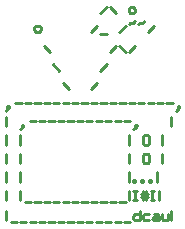
<source format=gbr>
G04*
G04 #@! TF.GenerationSoftware,Altium Limited,Altium Designer,22.4.2 (48)*
G04*
G04 Layer_Color=32896*
%FSLAX25Y25*%
%MOIN*%
G70*
G04*
G04 #@! TF.SameCoordinates,2A41B901-7CA2-4390-9F02-5F8C8343CA34*
G04*
G04*
G04 #@! TF.FilePolarity,Positive*
G04*
G01*
G75*
%ADD15C,0.01000*%
D15*
X125006Y161087D02*
X127105Y163186D01*
X130253Y161087D02*
X128154Y163186D01*
X134976Y161087D02*
X136026D01*
X136550Y161612D01*
Y162661D01*
X136026Y163186D01*
X134976D01*
X134451Y162661D01*
Y161612D01*
X134976Y161087D01*
X103490Y154909D02*
X104540D01*
X105064Y155433D01*
Y156483D01*
X104540Y157008D01*
X103490D01*
X102965Y156483D01*
Y155433D01*
X103490Y154909D01*
X121857D02*
X123956Y157008D01*
X125006Y154384D02*
X127105D01*
X131303Y154909D02*
X133402Y157008D01*
X134451Y157532D02*
X134976Y158057D01*
X136026D01*
X136550Y158582D01*
X137600Y157532D02*
X138125Y158057D01*
X139174D01*
X139699Y158582D01*
X140749Y154909D02*
X142848Y157008D01*
X108213Y148205D02*
X106114Y150305D01*
X128154Y148205D02*
X130253Y150305D01*
X133402Y148205D02*
X131303Y150305D01*
X134451Y148205D02*
X136550Y150305D01*
X111362Y142027D02*
X109263Y144126D01*
X125006Y142027D02*
X127105Y144126D01*
X114510Y135849D02*
X112411Y137948D01*
X121857Y135849D02*
X123956Y137948D01*
X94045Y129146D02*
X94569Y129671D01*
Y130195D01*
X94045D01*
Y129671D01*
X94569D01*
X94045Y129146D01*
X93520Y128621D01*
X96668Y131245D02*
X98767D01*
X99817D02*
X101916D01*
X102965D02*
X105064D01*
X106114D02*
X108213D01*
X109263D02*
X111362D01*
X112411D02*
X114510D01*
X115560D02*
X117659D01*
X118708D02*
X120808D01*
X121857D02*
X123956D01*
X125006D02*
X127105D01*
X128154D02*
X130253D01*
X131303D02*
X133402D01*
X134451D02*
X136550D01*
X137600D02*
X139699D01*
X140749D02*
X142848D01*
X143897D02*
X145996D01*
X147046D02*
X149145D01*
X150719Y129146D02*
X151244Y129671D01*
Y130195D01*
X150719D01*
Y129671D01*
X151244D01*
X150719Y129146D01*
X150194Y128621D01*
X93520Y126641D02*
Y123492D01*
X98767Y122968D02*
X99292Y123492D01*
Y124017D01*
X98767D01*
Y123492D01*
X99292D01*
X98767Y122968D01*
X98243Y122443D01*
X101391Y125067D02*
X103490D01*
X104540D02*
X106639D01*
X107688D02*
X109787D01*
X110837D02*
X112936D01*
X113986D02*
X116085D01*
X117134D02*
X119233D01*
X120283D02*
X122382D01*
X123431D02*
X125530D01*
X126580D02*
X128679D01*
X129728D02*
X131827D01*
X132877D02*
X134976D01*
X136550Y122968D02*
X137075Y123492D01*
Y124017D01*
X136550D01*
Y123492D01*
X137075D01*
X136550Y122968D01*
X136026Y122443D01*
X148620Y126641D02*
Y123492D01*
X93520Y120463D02*
Y117314D01*
X98243Y120463D02*
Y117314D01*
X134451Y120463D02*
Y117314D01*
X140749Y120463D02*
X139699D01*
X139174Y119938D01*
Y117839D01*
X139699Y117314D01*
X140749D01*
X141273Y117839D01*
Y119938D01*
X140749Y120463D01*
X145471D02*
Y117314D01*
X93520Y114284D02*
Y111136D01*
X98243Y114284D02*
Y111136D01*
X134451Y114284D02*
Y111136D01*
X140749Y114284D02*
X139699D01*
X139174Y113760D01*
Y111660D01*
X139699Y111136D01*
X140749D01*
X141273Y111660D01*
Y113760D01*
X140749Y114284D01*
X145471D02*
Y111136D01*
X93520Y108106D02*
Y104957D01*
X98243Y108106D02*
Y104957D01*
X134451Y108106D02*
Y104957D01*
X136026D02*
Y105482D01*
X136550D01*
Y104957D01*
X136026D01*
X138649D02*
Y105482D01*
X139174D01*
Y104957D01*
X138649D01*
X141273D02*
Y105482D01*
X141798D01*
Y104957D01*
X141273D01*
X143897Y108106D02*
Y104957D01*
X93520Y101928D02*
Y98779D01*
X98243Y101928D02*
Y98779D01*
X99817Y98254D02*
X101916D01*
X102965D02*
X105064D01*
X106114D02*
X108213D01*
X109263D02*
X111362D01*
X112411D02*
X114510D01*
X115560D02*
X117659D01*
X118708D02*
X120808D01*
X121857D02*
X123956D01*
X125006D02*
X127105D01*
X128154D02*
X130253D01*
X131303D02*
X133402D01*
X134451Y101928D02*
Y98779D01*
X136026Y101928D02*
X137075D01*
X136550D01*
Y98779D01*
X136026D01*
X137075D01*
X139174D02*
Y101928D01*
X140224D02*
Y98779D01*
X138649Y100878D02*
X140224D01*
X140749D01*
X138649Y99829D02*
X140749D01*
X141798Y101928D02*
X142848D01*
X142323D01*
Y98779D01*
X141798D01*
X142848D01*
X144422Y101928D02*
Y98779D01*
X93520Y95224D02*
Y92076D01*
X95094Y91551D02*
X97193D01*
X98243D02*
X100342D01*
X101391D02*
X103490D01*
X104540D02*
X106639D01*
X107688D02*
X109787D01*
X110837D02*
X112936D01*
X113986D02*
X116085D01*
X117134D02*
X119233D01*
X120283D02*
X122382D01*
X123431D02*
X125530D01*
X126580D02*
X128679D01*
X129728D02*
X131827D01*
X132877D02*
X134976D01*
X138125Y95224D02*
Y92076D01*
X136550D01*
X136026Y92601D01*
Y93650D01*
X136550Y94175D01*
X138125D01*
X141273D02*
X139699D01*
X139174Y93650D01*
Y92601D01*
X139699Y92076D01*
X141273D01*
X142848Y94175D02*
X143897D01*
X144422Y93650D01*
Y92076D01*
X142848D01*
X142323Y92601D01*
X142848Y93125D01*
X144422D01*
X145471Y94175D02*
Y92601D01*
X145996Y92076D01*
X147571D01*
Y94175D01*
X148620Y95224D02*
Y92076D01*
M02*

</source>
